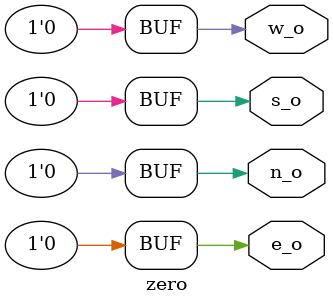
<source format=v>
/* Generated by Yosys 0.9+2406 (git sha1 f7fdd99, gcc 4.8.5 -fPIC -Os) */

module zero(n_o, s_o, w_o, e_o);
  output e_o;
  output n_o;
  output s_o;
  output w_o;
  assign n_o = 1'h0;
  assign s_o = 1'h0;
  assign w_o = 1'h0;
  assign e_o = 1'h0;
endmodule

</source>
